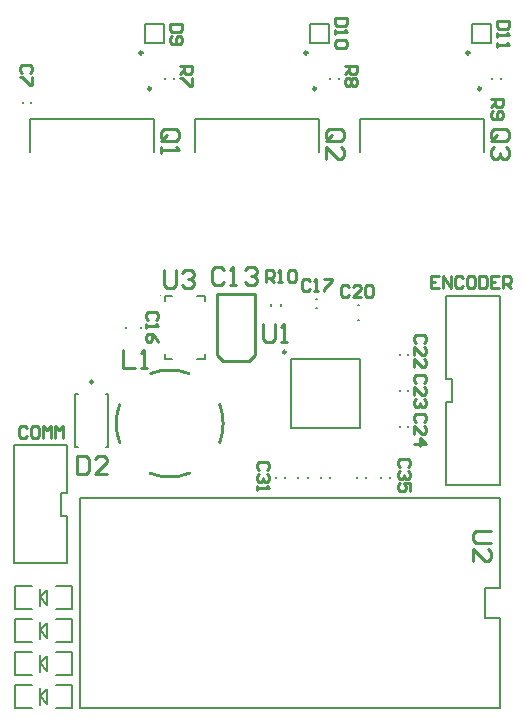
<source format=gto>
G04 Layer_Color=65535*
%FSAX24Y24*%
%MOIN*%
G70*
G01*
G75*
%ADD27C,0.0100*%
%ADD53C,0.0098*%
%ADD54C,0.0039*%
%ADD55C,0.0080*%
%ADD56C,0.0079*%
D27*
X061172Y028378D02*
G03*
X061172Y028378I-000050J000000D01*
G01*
X055631Y026626D02*
G03*
X055633Y025369I001669J-000626D01*
G01*
X057940Y027664D02*
G03*
X056669Y027667I-000640J-001664D01*
G01*
X058969Y025374D02*
G03*
X058969Y026626I-001669J000626D01*
G01*
X056638Y024345D02*
G03*
X057960Y024344I000662J001655D01*
G01*
X059933Y028098D02*
X060130Y028294D01*
X058870Y028295D02*
X059067Y028098D01*
X059933D01*
X058870Y028295D02*
X058871Y030302D01*
X060130Y028294D02*
Y030302D01*
X058871D02*
X060130D01*
X068000Y022400D02*
X067500D01*
X067400Y022300D01*
Y022100D01*
X067500Y022000D01*
X068000D01*
X067400Y021400D02*
Y021800D01*
X067800Y021400D01*
X067900D01*
X068000Y021500D01*
Y021700D01*
X067900Y021800D01*
X052560Y025840D02*
X052493Y025907D01*
X052360D01*
X052293Y025840D01*
Y025574D01*
X052360Y025507D01*
X052493D01*
X052560Y025574D01*
X052893Y025907D02*
X052760D01*
X052693Y025840D01*
Y025574D01*
X052760Y025507D01*
X052893D01*
X052959Y025574D01*
Y025840D01*
X052893Y025907D01*
X053093Y025507D02*
Y025907D01*
X053226Y025774D01*
X053359Y025907D01*
Y025507D01*
X053493D02*
Y025907D01*
X053626Y025774D01*
X053759Y025907D01*
Y025507D01*
X057700Y039300D02*
X057300D01*
Y039100D01*
X057367Y039033D01*
X057633D01*
X057700Y039100D01*
Y039300D01*
X057367Y038900D02*
X057300Y038833D01*
Y038700D01*
X057367Y038634D01*
X057633D01*
X057700Y038700D01*
Y038833D01*
X057633Y038900D01*
X057567D01*
X057500Y038833D01*
Y038634D01*
X063200Y039500D02*
X062800D01*
Y039300D01*
X062867Y039233D01*
X063133D01*
X063200Y039300D01*
Y039500D01*
X062800Y039100D02*
Y038967D01*
Y039033D01*
X063200D01*
X063133Y039100D01*
Y038767D02*
X063200Y038700D01*
Y038567D01*
X063133Y038500D01*
X062867D01*
X062800Y038567D01*
Y038700D01*
X062867Y038767D01*
X063133D01*
X068600Y039400D02*
X068200D01*
Y039200D01*
X068267Y039133D01*
X068533D01*
X068600Y039200D01*
Y039400D01*
X068200Y039000D02*
Y038867D01*
Y038933D01*
X068600D01*
X068533Y039000D01*
X068200Y038667D02*
Y038534D01*
Y038600D01*
X068600D01*
X068533Y038667D01*
X057100Y031100D02*
Y030600D01*
X057200Y030500D01*
X057400D01*
X057500Y030600D01*
Y031100D01*
X057700Y031000D02*
X057800Y031100D01*
X058000D01*
X058100Y031000D01*
Y030900D01*
X058000Y030800D01*
X057900D01*
X058000D01*
X058100Y030700D01*
Y030600D01*
X058000Y030500D01*
X057800D01*
X057700Y030600D01*
X060400Y029300D02*
Y028800D01*
X060500Y028700D01*
X060700D01*
X060800Y028800D01*
Y029300D01*
X061000Y028700D02*
X061200D01*
X061100D01*
Y029300D01*
X061000Y029200D01*
X060500Y030700D02*
Y031100D01*
X060700D01*
X060767Y031033D01*
Y030900D01*
X060700Y030833D01*
X060500D01*
X060633D02*
X060767Y030700D01*
X060900D02*
X061033D01*
X060967D01*
Y031100D01*
X060900Y031033D01*
X061233D02*
X061300Y031100D01*
X061433D01*
X061500Y031033D01*
Y030767D01*
X061433Y030700D01*
X061300D01*
X061233Y030767D01*
Y031033D01*
X068000Y036800D02*
X068400D01*
Y036600D01*
X068333Y036533D01*
X068200D01*
X068133Y036600D01*
Y036800D01*
Y036667D02*
X068000Y036533D01*
X068067Y036400D02*
X068000Y036333D01*
Y036200D01*
X068067Y036134D01*
X068333D01*
X068400Y036200D01*
Y036333D01*
X068333Y036400D01*
X068267D01*
X068200Y036333D01*
Y036134D01*
X063150Y037900D02*
X063550D01*
Y037700D01*
X063483Y037633D01*
X063350D01*
X063283Y037700D01*
Y037900D01*
Y037767D02*
X063150Y037633D01*
X063483Y037500D02*
X063550Y037433D01*
Y037300D01*
X063483Y037234D01*
X063417D01*
X063350Y037300D01*
X063283Y037234D01*
X063217D01*
X063150Y037300D01*
Y037433D01*
X063217Y037500D01*
X063283D01*
X063350Y037433D01*
X063417Y037500D01*
X063483D01*
X063350Y037433D02*
Y037300D01*
X057650Y037900D02*
X058050D01*
Y037700D01*
X057983Y037633D01*
X057850D01*
X057783Y037700D01*
Y037900D01*
Y037767D02*
X057650Y037633D01*
X058050Y037500D02*
Y037234D01*
X057983D01*
X057717Y037500D01*
X057650D01*
X068100Y035400D02*
X068500D01*
X068600Y035500D01*
Y035700D01*
X068500Y035800D01*
X068100D01*
X068000Y035700D01*
Y035500D01*
X068200Y035600D02*
X068000Y035400D01*
Y035500D02*
X068100Y035400D01*
X068500Y035200D02*
X068600Y035100D01*
Y034900D01*
X068500Y034800D01*
X068400D01*
X068300Y034900D01*
Y035000D01*
Y034900D01*
X068200Y034800D01*
X068100D01*
X068000Y034900D01*
Y035100D01*
X068100Y035200D01*
X062600Y035400D02*
X063000D01*
X063100Y035500D01*
Y035700D01*
X063000Y035800D01*
X062600D01*
X062500Y035700D01*
Y035500D01*
X062700Y035600D02*
X062500Y035400D01*
Y035500D02*
X062600Y035400D01*
X062500Y034800D02*
Y035200D01*
X062900Y034800D01*
X063000D01*
X063100Y034900D01*
Y035100D01*
X063000Y035200D01*
X057100Y035400D02*
X057500D01*
X057600Y035500D01*
Y035700D01*
X057500Y035800D01*
X057100D01*
X057000Y035700D01*
Y035500D01*
X057200Y035600D02*
X057000Y035400D01*
Y035500D02*
X057100Y035400D01*
X057000Y035200D02*
Y035000D01*
Y035100D01*
X057600D01*
X057500Y035200D01*
X055749Y028448D02*
Y027848D01*
X056148D01*
X056348D02*
X056548D01*
X056448D01*
Y028448D01*
X056348Y028348D01*
X066267Y030900D02*
X066000D01*
Y030500D01*
X066267D01*
X066000Y030700D02*
X066133D01*
X066400Y030500D02*
Y030900D01*
X066666Y030500D01*
Y030900D01*
X067066Y030833D02*
X067000Y030900D01*
X066866D01*
X066800Y030833D01*
Y030567D01*
X066866Y030500D01*
X067000D01*
X067066Y030567D01*
X067400Y030900D02*
X067266D01*
X067200Y030833D01*
Y030567D01*
X067266Y030500D01*
X067400D01*
X067466Y030567D01*
Y030833D01*
X067400Y030900D01*
X067599D02*
Y030500D01*
X067799D01*
X067866Y030567D01*
Y030833D01*
X067799Y030900D01*
X067599D01*
X068266D02*
X067999D01*
Y030500D01*
X068266D01*
X067999Y030700D02*
X068133D01*
X068399Y030500D02*
Y030900D01*
X068599D01*
X068666Y030833D01*
Y030700D01*
X068599Y030633D01*
X068399D01*
X068533D02*
X068666Y030500D01*
X054200Y024900D02*
Y024300D01*
X054500D01*
X054600Y024400D01*
Y024800D01*
X054500Y024900D01*
X054200D01*
X055200Y024300D02*
X054800D01*
X055200Y024700D01*
Y024800D01*
X055100Y024900D01*
X054900D01*
X054800Y024800D01*
X065233Y024533D02*
X065300Y024600D01*
Y024733D01*
X065233Y024800D01*
X064967D01*
X064900Y024733D01*
Y024600D01*
X064967Y024533D01*
X065233Y024400D02*
X065300Y024333D01*
Y024200D01*
X065233Y024134D01*
X065167D01*
X065100Y024200D01*
Y024267D01*
Y024200D01*
X065033Y024134D01*
X064967D01*
X064900Y024200D01*
Y024333D01*
X064967Y024400D01*
X065300Y023734D02*
Y024000D01*
X065100D01*
X065167Y023867D01*
Y023800D01*
X065100Y023734D01*
X064967D01*
X064900Y023800D01*
Y023934D01*
X064967Y024000D01*
X060533Y024433D02*
X060600Y024500D01*
Y024633D01*
X060533Y024700D01*
X060267D01*
X060200Y024633D01*
Y024500D01*
X060267Y024433D01*
X060533Y024300D02*
X060600Y024233D01*
Y024100D01*
X060533Y024034D01*
X060467D01*
X060400Y024100D01*
Y024167D01*
Y024100D01*
X060333Y024034D01*
X060267D01*
X060200Y024100D01*
Y024233D01*
X060267Y024300D01*
X060200Y023900D02*
Y023767D01*
Y023834D01*
X060600D01*
X060533Y023900D01*
X065783Y026033D02*
X065850Y026100D01*
Y026233D01*
X065783Y026300D01*
X065517D01*
X065450Y026233D01*
Y026100D01*
X065517Y026033D01*
X065450Y025634D02*
Y025900D01*
X065717Y025634D01*
X065783D01*
X065850Y025700D01*
Y025833D01*
X065783Y025900D01*
X065450Y025300D02*
X065850D01*
X065650Y025500D01*
Y025234D01*
X065783Y027333D02*
X065850Y027400D01*
Y027533D01*
X065783Y027600D01*
X065517D01*
X065450Y027533D01*
Y027400D01*
X065517Y027333D01*
X065450Y026934D02*
Y027200D01*
X065717Y026934D01*
X065783D01*
X065850Y027000D01*
Y027133D01*
X065783Y027200D01*
Y026800D02*
X065850Y026734D01*
Y026600D01*
X065783Y026534D01*
X065717D01*
X065650Y026600D01*
Y026667D01*
Y026600D01*
X065583Y026534D01*
X065517D01*
X065450Y026600D01*
Y026734D01*
X065517Y026800D01*
X065783Y028683D02*
X065850Y028750D01*
Y028883D01*
X065783Y028950D01*
X065517D01*
X065450Y028883D01*
Y028750D01*
X065517Y028683D01*
X065450Y028284D02*
Y028550D01*
X065717Y028284D01*
X065783D01*
X065850Y028350D01*
Y028483D01*
X065783Y028550D01*
X065450Y027884D02*
Y028150D01*
X065717Y027884D01*
X065783D01*
X065850Y027950D01*
Y028084D01*
X065783Y028150D01*
X063267Y030533D02*
X063200Y030600D01*
X063067D01*
X063000Y030533D01*
Y030267D01*
X063067Y030200D01*
X063200D01*
X063267Y030267D01*
X063666Y030200D02*
X063400D01*
X063666Y030467D01*
Y030533D01*
X063600Y030600D01*
X063467D01*
X063400Y030533D01*
X063800D02*
X063866Y030600D01*
X064000D01*
X064066Y030533D01*
Y030267D01*
X064000Y030200D01*
X063866D01*
X063800Y030267D01*
Y030533D01*
X061967Y030733D02*
X061900Y030800D01*
X061767D01*
X061700Y030733D01*
Y030467D01*
X061767Y030400D01*
X061900D01*
X061967Y030467D01*
X062100Y030400D02*
X062233D01*
X062167D01*
Y030800D01*
X062100Y030733D01*
X062433Y030800D02*
X062700D01*
Y030733D01*
X062433Y030467D01*
Y030400D01*
X056833Y029433D02*
X056900Y029500D01*
Y029633D01*
X056833Y029700D01*
X056567D01*
X056500Y029633D01*
Y029500D01*
X056567Y029433D01*
X056500Y029300D02*
Y029167D01*
Y029233D01*
X056900D01*
X056833Y029300D01*
X056900Y028700D02*
X056833Y028834D01*
X056700Y028967D01*
X056567D01*
X056500Y028900D01*
Y028767D01*
X056567Y028700D01*
X056633D01*
X056700Y028767D01*
Y028967D01*
X059100Y031100D02*
X059000Y031200D01*
X058800D01*
X058700Y031100D01*
Y030700D01*
X058800Y030600D01*
X059000D01*
X059100Y030700D01*
X059300Y030600D02*
X059500D01*
X059400D01*
Y031200D01*
X059300Y031100D01*
X059800D02*
X059900Y031200D01*
X060100D01*
X060200Y031100D01*
Y031000D01*
X060100Y030900D01*
X060000D01*
X060100D01*
X060200Y030800D01*
Y030700D01*
X060100Y030600D01*
X059900D01*
X059800Y030700D01*
X052633Y037674D02*
X052700Y037741D01*
Y037874D01*
X052633Y037941D01*
X052367D01*
X052300Y037874D01*
Y037741D01*
X052367Y037674D01*
X052700Y037541D02*
Y037274D01*
X052633D01*
X052367Y037541D01*
X052300D01*
D53*
X056393Y038356D02*
G03*
X056393Y038356I-000049J000000D01*
G01*
X061893D02*
G03*
X061893Y038356I-000049J000000D01*
G01*
X067293D02*
G03*
X067293Y038356I-000049J000000D01*
G01*
X054749Y027389D02*
G03*
X054749Y027389I-000049J000000D01*
G01*
X056672Y037161D02*
G03*
X056672Y037161I-000049J000000D01*
G01*
X062172D02*
G03*
X062172Y037161I-000049J000000D01*
G01*
X067672D02*
G03*
X067672Y037161I-000049J000000D01*
G01*
D54*
X056993Y030263D02*
G03*
X056993Y030263I-000020J000000D01*
G01*
D55*
X067800Y020500D02*
X068300D01*
Y023500D01*
X054300D02*
X068300D01*
X054300Y016500D02*
Y023500D01*
Y016500D02*
X068300D01*
Y019500D01*
X067800D02*
X068300D01*
X067800D02*
Y020500D01*
X052100Y025268D02*
X053878D01*
X053682Y022906D02*
X053878D01*
X053682Y023694D02*
X053878D01*
X053682Y022906D02*
Y023694D01*
X053878Y021351D02*
Y022906D01*
Y023694D02*
Y025268D01*
X052100Y021351D02*
Y025268D01*
Y021351D02*
X053878D01*
X052980Y020200D02*
X053218Y020436D01*
Y019960D02*
Y020436D01*
X052980Y020200D02*
X053218Y019960D01*
X052980Y020200D02*
Y020476D01*
Y019920D02*
Y020200D01*
X052150Y020594D02*
X052700D01*
X052150Y019800D02*
Y020594D01*
Y019800D02*
X052700D01*
X053494Y020594D02*
X054045D01*
Y019800D02*
Y020594D01*
X053494Y019800D02*
X054045D01*
X053494Y018700D02*
X054045D01*
Y019494D01*
X053494D02*
X054045D01*
X052150Y018700D02*
X052700D01*
X052150D02*
Y019494D01*
X052700D01*
X052980Y018820D02*
Y019100D01*
Y019376D01*
Y019100D02*
X053218Y018860D01*
Y019336D01*
X052980Y019100D02*
X053218Y019336D01*
X052980Y018000D02*
X053218Y018236D01*
Y017760D02*
Y018236D01*
X052980Y018000D02*
X053218Y017760D01*
X052980Y018000D02*
Y018276D01*
Y017720D02*
Y018000D01*
X052150Y018394D02*
X052700D01*
X052150Y017600D02*
Y018394D01*
Y017600D02*
X052700D01*
X053494Y018394D02*
X054045D01*
Y017600D02*
Y018394D01*
X053494Y017600D02*
X054045D01*
X053494Y016500D02*
X054045D01*
Y017294D01*
X053494D02*
X054045D01*
X052150Y016500D02*
X052700D01*
X052150D02*
Y017294D01*
X052700D01*
X052980Y016620D02*
Y016900D01*
Y017176D01*
Y016900D02*
X053218Y016660D01*
Y017136D01*
X052980Y016900D02*
X053218Y017136D01*
X066522Y023950D02*
X068300D01*
X066522Y027494D02*
X066718D01*
X066522Y026700D02*
X066718D01*
Y027494D01*
X066522D02*
Y030250D01*
Y023950D02*
Y026700D01*
X068300Y023950D02*
Y030250D01*
X066522D02*
X068300D01*
D56*
X056485Y039307D02*
X057115D01*
Y038693D02*
Y039307D01*
X056485Y038693D02*
Y039307D01*
Y038693D02*
X057115D01*
X061985Y039307D02*
X062615D01*
Y038693D02*
Y039307D01*
X061985Y038693D02*
Y039307D01*
Y038693D02*
X062615D01*
X067385Y039307D02*
X068015D01*
Y038693D02*
Y039307D01*
X067385Y038693D02*
Y039307D01*
Y038693D02*
X068015D01*
X055251Y025214D02*
Y026986D01*
X054149Y025214D02*
Y026986D01*
X055163D02*
X055251D01*
X055163Y025214D02*
X055251D01*
X054149Y026986D02*
X054237D01*
X054149Y025214D02*
X054237D01*
X065238Y028280D02*
Y028320D01*
X064962Y028280D02*
Y028320D01*
X065238Y027080D02*
Y027120D01*
X064962Y027080D02*
Y027120D01*
X065238Y025880D02*
Y025920D01*
X064962Y025880D02*
Y025920D01*
X064343Y024180D02*
Y024220D01*
X064657Y024180D02*
Y024220D01*
X061593Y024180D02*
Y024220D01*
X061907Y024180D02*
Y024220D01*
X060843Y024180D02*
Y024220D01*
X061157Y024180D02*
Y024220D01*
X068357Y037480D02*
Y037520D01*
X068043Y037480D02*
Y037520D01*
X062957Y037480D02*
Y037520D01*
X062643Y037480D02*
Y037520D01*
X057457Y037480D02*
Y037520D01*
X057143Y037480D02*
Y037520D01*
X061007Y029930D02*
Y029970D01*
X060693Y029930D02*
Y029970D01*
X063580Y029946D02*
X063620D01*
X063580Y029454D02*
X063620D01*
X062180Y030157D02*
X062220D01*
X062180Y029843D02*
X062220D01*
X056346Y029180D02*
Y029220D01*
X055854Y029180D02*
Y029220D01*
X062343Y024180D02*
Y024220D01*
X062657Y024180D02*
Y024220D01*
X063543Y024180D02*
Y024220D01*
X063857Y024180D02*
Y024220D01*
X061345Y025859D02*
Y028154D01*
Y025859D02*
X063641D01*
Y028154D01*
X061345D02*
X063641D01*
X058211Y028137D02*
X058469D01*
X057131D02*
X057389D01*
X058211Y030263D02*
X058469D01*
X057131D02*
X057389D01*
X058469Y028137D02*
Y028304D01*
Y030096D02*
Y030263D01*
X057131Y028137D02*
Y028304D01*
Y030096D02*
Y030263D01*
X056767Y035035D02*
Y036137D01*
X052633D02*
X056767D01*
X052633Y035035D02*
Y036137D01*
X058133Y035035D02*
Y036137D01*
X062267D01*
Y035035D02*
Y036137D01*
X067767Y035035D02*
Y036137D01*
X063633D02*
X067767D01*
X063633Y035035D02*
Y036137D01*
X052412Y036680D02*
Y036720D01*
X052688Y036680D02*
Y036720D01*
M02*

</source>
